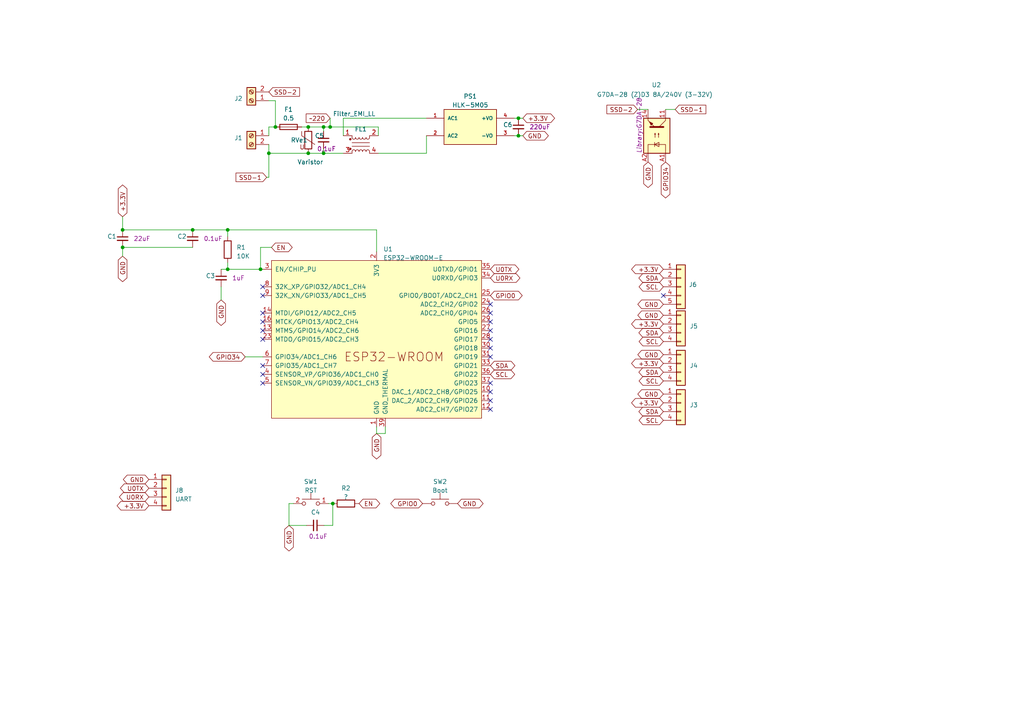
<source format=kicad_sch>
(kicad_sch (version 20230121) (generator eeschema)
  (paper "A4")
  (title_block (title "IOTV id-5") (date "2023-04-21") (rev "3") (company "Вербкин М.С."))
  (lib_symbols
    (symbol "Connector:Screw_Terminal_01x02" (pin_names (offset 1.016) hide)
      (property "Reference" "J" (at 0 2.54 0))
      (property "Value" "Screw_Terminal_01x02" (at 0 -5.08 0))
      (symbol "Screw_Terminal_01x02_1_1"
        (rectangle (start -1.27 1.27) (end 1.27 -3.81) (stroke (width 0.254)) (fill (type background)))
        (circle (center 0 -2.54) (radius 0.635) (stroke (width 0.1524)))
        (polyline (pts (xy -0.5334 -2.2098) (xy 0.3302 -3.048)) (stroke (width 0.1524)))
        (polyline (pts (xy -0.5334 0.3302) (xy 0.3302 -0.508)) (stroke (width 0.1524)))
        (polyline (pts (xy -0.3556 -2.032) (xy 0.508 -2.8702)) (stroke (width 0.1524)))
        (polyline (pts (xy -0.3556 0.508) (xy 0.508 -0.3302)) (stroke (width 0.1524)))
        (circle (center 0 0) (radius 0.635) (stroke (width 0.1524)))
        (pin passive line (at -5.08 0 0) (length 3.81) (name "Pin_1") (number "1"))
        (pin passive line (at -5.08 -2.54 0) (length 3.81) (name "Pin_2") (number "2"))
      )
    )
    (symbol "Connector_Generic:Conn_01x04" (pin_names (offset 1.016) hide)
      (property "Reference" "J" (at 0 5.08 0))
      (property "Value" "Conn_01x04" (at 0 -7.62 0))
      (symbol "Conn_01x04_1_1"
        (rectangle (start -1.27 -4.953) (end 0 -5.207) (stroke (width 0.1524)))
        (rectangle (start -1.27 -2.413) (end 0 -2.667) (stroke (width 0.1524)))
        (rectangle (start -1.27 0.127) (end 0 -0.127) (stroke (width 0.1524)))
        (rectangle (start -1.27 2.667) (end 0 2.413) (stroke (width 0.1524)))
        (rectangle (start -1.27 3.81) (end 1.27 -6.35) (stroke (width 0.254)) (fill (type background)))
        (pin passive line (at -5.08 2.54 0) (length 3.81) (name "Pin_1") (number "1"))
        (pin passive line (at -5.08 0 0) (length 3.81) (name "Pin_2") (number "2"))
        (pin passive line (at -5.08 -2.54 0) (length 3.81) (name "Pin_3") (number "3"))
        (pin passive line (at -5.08 -5.08 0) (length 3.81) (name "Pin_4") (number "4"))
      )
    )
    (symbol "Connector_Generic:Conn_01x05" (pin_names (offset 1.016) hide)
      (property "Reference" "J" (at 0 7.62 0))
      (property "Value" "Conn_01x05" (at 0 -7.62 0))
      (symbol "Conn_01x05_1_1"
        (rectangle (start -1.27 -4.953) (end 0 -5.207) (stroke (width 0.1524)))
        (rectangle (start -1.27 -2.413) (end 0 -2.667) (stroke (width 0.1524)))
        (rectangle (start -1.27 0.127) (end 0 -0.127) (stroke (width 0.1524)))
        (rectangle (start -1.27 2.667) (end 0 2.413) (stroke (width 0.1524)))
        (rectangle (start -1.27 5.207) (end 0 4.953) (stroke (width 0.1524)))
        (rectangle (start -1.27 6.35) (end 1.27 -6.35) (stroke (width 0.254)) (fill (type background)))
        (pin passive line (at -5.08 5.08 0) (length 3.81) (name "Pin_1") (number "1"))
        (pin passive line (at -5.08 2.54 0) (length 3.81) (name "Pin_2") (number "2"))
        (pin passive line (at -5.08 0 0) (length 3.81) (name "Pin_3") (number "3"))
        (pin passive line (at -5.08 -2.54 0) (length 3.81) (name "Pin_4") (number "4"))
        (pin passive line (at -5.08 -5.08 0) (length 3.81) (name "Pin_5") (number "5"))
      )
    )
    (symbol "Converter_ACDC:HLK-5M05" (pin_names (offset 1.016))
      (property "Reference" "PS1" (at 0 8.89 0))
      (property "Value" "HLK-5M05" (at 0 6.35 0))
      (symbol "HLK-5M05_0_0"
        (rectangle (start -7.62 -5.08) (end 7.62 5.08) (stroke (width 0.2)) (fill (type background)))
        (pin input line (at -12.7 2.54 0) (length 5.08) (name "AC1") (number "1"))
        (pin input line (at -12.7 -2.54 0) (length 5.08) (name "AC2") (number "2"))
        (pin power_out line (at 12.7 -2.54 180) (length 5.08) (name "-VO") (number "3"))
        (pin power_out line (at 12.7 2.54 180) (length 5.08) (name "+VO") (number "4"))
      )
    )
    (symbol "Device:Filter_EMI_LL" (pin_names (offset 0.254) hide)
      (property "Reference" "FL" (at 0 4.445 0))
      (property "Value" "Filter_EMI_LL" (at 0 -4.445 0))
      (symbol "Filter_EMI_LL_0_1"
        (circle (center -3.048 -1.27) (radius 0.254) (fill (type outline)))
        (circle (center -3.048 1.524) (radius 0.254) (fill (type outline)))
        (arc (start -2.54 2.032) (mid -2.032 1.5262) (end -1.524 2.032))
        (arc (start -1.524 -2.032) (mid -2.032 -1.5262) (end -2.54 -2.032))
        (arc (start -1.524 2.032) (mid -1.016 1.5262) (end -0.508 2.032))
        (arc (start -0.508 -2.032) (mid -1.016 -1.5262) (end -1.524 -2.032))
        (arc (start -0.508 2.032) (mid 0 1.5262) (end 0.508 2.032))
        (polyline (pts (xy -2.54 -2.032) (xy -2.54 -2.54)))
        (polyline (pts (xy -2.54 0.508) (xy 2.54 0.508)))
        (polyline (pts (xy -2.54 2.032) (xy -2.54 2.54)))
        (polyline (pts (xy 2.54 -2.032) (xy 2.54 -2.54)))
        (polyline (pts (xy 2.54 -0.508) (xy -2.54 -0.508)))
        (polyline (pts (xy 2.54 2.54) (xy 2.54 2.032)))
        (arc (start 0.508 -2.032) (mid 0 -1.5262) (end -0.508 -2.032))
        (arc (start 0.508 2.032) (mid 1.016 1.5262) (end 1.524 2.032))
        (arc (start 1.524 -2.032) (mid 1.016 -1.5262) (end 0.508 -2.032))
        (arc (start 1.524 2.032) (mid 2.032 1.5262) (end 2.54 2.032))
        (arc (start 2.54 -2.032) (mid 2.032 -1.5262) (end 1.524 -2.032))
      )
      (symbol "Filter_EMI_LL_1_1"
        (pin passive line (at -5.08 2.54 0) (length 2.54) (name "1") (number "1"))
        (pin passive line (at 5.08 2.54 180) (length 2.54) (name "2") (number "2"))
        (pin passive line (at -5.08 -2.54 0) (length 2.54) (name "3") (number "3"))
        (pin passive line (at 5.08 -2.54 180) (length 2.54) (name "4") (number "4"))
      )
    )
    (symbol "Device:Fuse" (pin_numbers hide) (pin_names (offset 0))
      (property "Reference" "F" (at 2.032 0 90))
      (property "Value" "Fuse" (at -1.905 0 90))
      (symbol "Fuse_0_1"
        (rectangle (start -0.762 -2.54) (end 0.762 2.54) (stroke (width 0.254)))
        (polyline (pts (xy 0 2.54) (xy 0 -2.54)))
      )
      (symbol "Fuse_1_1"
        (pin passive line (at 0 3.81 270) (length 1.27) (name "~") (number "1"))
        (pin passive line (at 0 -3.81 90) (length 1.27) (name "~") (number "2"))
      )
    )
    (symbol "Device:R" (pin_numbers hide) (pin_names (offset 0))
      (property "Reference" "R" (at 2.032 0 90))
      (property "Value" "R" (at 0 0 90))
      (symbol "R_0_1"
        (rectangle (start -1.016 -2.54) (end 1.016 2.54) (stroke (width 0.254)))
      )
      (symbol "R_1_1"
        (pin passive line (at 0 3.81 270) (length 1.27) (name "~") (number "1"))
        (pin passive line (at 0 -3.81 90) (length 1.27) (name "~") (number "2"))
      )
    )
    (symbol "Device:Varistor" (pin_numbers hide) (pin_names (offset 0))
      (property "Reference" "RV" (at 3.175 0 90))
      (property "Value" "Varistor" (at -3.175 0 90))
      (symbol "Varistor_0_0"
        (text "U" (at -1.778 -2.032 0) (effects (font (size 1.27 1.27))))
      )
      (symbol "Varistor_0_1"
        (rectangle (start -1.016 -2.54) (end 1.016 2.54) (stroke (width 0.254)))
        (polyline (pts (xy -1.905 2.54) (xy -1.905 1.27) (xy 1.905 -1.27)))
      )
      (symbol "Varistor_1_1"
        (pin passive line (at 0 3.81 270) (length 1.27) (name "~") (number "1"))
        (pin passive line (at 0 -3.81 90) (length 1.27) (name "~") (number "2"))
      )
    )
    (symbol "Espressif:ESP32-WROOM-E" (pin_names (offset 1.016))
      (property "Reference" "U" (at -30.48 27.94 0))
      (property "Value" "ESP32-WROOM-E" (at -30.48 25.4 0))
      (symbol "ESP32-WROOM-E_0_1"
        (rectangle (start -30.48 22.86) (end 30.48 -22.86) (fill (type background)))
      )
      (symbol "ESP32-WROOM-E_1_1"
        (text "ESP32-­WROOM­" (at 5.08 -5.08 0) (effects (font (size 2.54 2.54))))
        (pin power_in line (at 0 -25.4 90) (length 2.54) (name "GND") (number "1"))
        (pin bidirectional line (at 33.02 -15.24 180) (length 2.54) (name "DAC_1/ADC2_CH8/GPIO25") (number "10"))
        (pin bidirectional line (at 33.02 -17.78 180) (length 2.54) (name "DAC_2/ADC2_CH9/GPIO26") (number "11"))
        (pin bidirectional line (at 33.02 -20.32 180) (length 2.54) (name "ADC2_CH7/GPIO27") (number "12"))
        (pin bidirectional line (at -33.02 2.54 0) (length 2.54) (name "MTMS/GPIO14/ADC2_CH6") (number "13"))
        (pin bidirectional line (at -33.02 7.62 0) (length 2.54) (name "MTDI/GPIO12/ADC2_CH5") (number "14"))
        (pin passive line (at 0 -25.4 90) (length 2.54) hide (name "GND") (number "15"))
        (pin bidirectional line (at -33.02 5.08 0) (length 2.54) (name "MTCK/GPIO13/ADC2_CH4") (number "16"))
        (pin power_in line (at 0 25.4 270) (length 2.54) (name "3V3") (number "2"))
        (pin bidirectional line (at -33.02 0 0) (length 2.54) (name "MTDO/GPIO15/ADC2_CH3") (number "23"))
        (pin bidirectional line (at 33.02 10.16 180) (length 2.54) (name "ADC2_CH2/GPIO2") (number "24"))
        (pin bidirectional line (at 33.02 12.7 180) (length 2.54) (name "GPIO0/BOOT/ADC2_CH1") (number "25"))
        (pin bidirectional line (at 33.02 7.62 180) (length 2.54) (name "ADC2_CH0/GPIO4") (number "26"))
        (pin bidirectional line (at 33.02 2.54 180) (length 2.54) (name "GPIO16") (number "27"))
        (pin bidirectional line (at 33.02 0 180) (length 2.54) (name "GPIO17") (number "28"))
        (pin bidirectional line (at 33.02 5.08 180) (length 2.54) (name "GPIO5") (number "29"))
        (pin input line (at -33.02 20.32 0) (length 2.54) (name "EN/CHIP_PU") (number "3"))
        (pin bidirectional line (at 33.02 -2.54 180) (length 2.54) (name "GPIO18") (number "30"))
        (pin bidirectional line (at 33.02 -5.08 180) (length 2.54) (name "GPIO19") (number "31"))
        (pin bidirectional line (at 33.02 -7.62 180) (length 2.54) (name "GPIO21") (number "33"))
        (pin bidirectional line (at 33.02 17.78 180) (length 2.54) (name "U0RXD/GPIO3") (number "34"))
        (pin bidirectional line (at 33.02 20.32 180) (length 2.54) (name "U0TXD/GPIO1") (number "35"))
        (pin bidirectional line (at 33.02 -10.16 180) (length 2.54) (name "GPIO22") (number "36"))
        (pin bidirectional line (at 33.02 -12.7 180) (length 2.54) (name "GPIO23") (number "37"))
        (pin passive line (at 0 -25.4 90) (length 2.54) hide (name "GND") (number "38"))
        (pin power_in line (at 2.54 -25.4 90) (length 2.54) (name "GND_THERMAL") (number "39"))
        (pin input line (at -33.02 -10.16 0) (length 2.54) (name "SENSOR_VP/GPIO36/ADC1_CH0") (number "4"))
        (pin input line (at -33.02 -12.7 0) (length 2.54) (name "SENSOR_VN/GPIO39/ADC1_CH3") (number "5"))
        (pin input line (at -33.02 -5.08 0) (length 2.54) (name "GPIO34/ADC1_CH6") (number "6"))
        (pin input line (at -33.02 -7.62 0) (length 2.54) (name "GPIO35/ADC1_CH7") (number "7"))
        (pin bidirectional line (at -33.02 15.24 0) (length 2.54) (name "32K_XP/GPIO32/ADC1_CH4") (number "8"))
        (pin bidirectional line (at -33.02 12.7 0) (length 2.54) (name "32K_XN/GPIO33/ADC1_CH5") (number "9"))
      )
    )
    (symbol "PCM_4ms_Capacitor:C_Generic" (pin_numbers hide) (pin_names (offset 0.254) hide)
      (property "Reference" "C" (at 1.905 1.016 0))
      (property "Display" "?F" (at 1.905 -1.27 0))
      (symbol "C_Generic_0_1"
        (polyline (pts (xy -1.524 -0.508) (xy 1.524 -0.508)) (stroke (width 0.3302)))
        (polyline (pts (xy -1.524 0.508) (xy 1.524 0.508)) (stroke (width 0.3048)))
      )
      (symbol "C_Generic_1_1"
        (pin passive line (at 0 2.54 270) (length 2.032) (name "~") (number "1"))
        (pin passive line (at 0 -2.54 90) (length 2.032) (name "~") (number "2"))
      )
    )
    (symbol "Relay_SolidState:34.81-7048"
      (property "Reference" "U" (at -5.08 5.08 0))
      (property "Value" "34.81-7048" (at 0 5.08 0))
      (symbol "34.81-7048_0_1"
        (rectangle (start -5.08 3.81) (end 5.08 -3.81) (stroke (width 0.254)) (fill (type background)))
        (polyline (pts (xy -3.175 -0.635) (xy -1.905 -0.635)))
        (polyline (pts (xy 2.54 1.905) (xy 2.54 -1.905) (xy 2.54 -1.905)) (stroke (width 0.508)))
        (polyline (pts (xy -5.08 2.54) (xy -2.54 2.54) (xy -2.54 -2.54) (xy -5.08 -2.54)))
        (polyline (pts (xy -2.54 -0.635) (xy -3.175 0.635) (xy -1.905 0.635) (xy -2.54 -0.635)))
        (polyline (pts (xy -0.508 -0.508) (xy 0.762 -0.508) (xy 0.381 -0.635) (xy 0.381 -0.381) (xy 0.762 -0.508)))
        (polyline (pts (xy -0.508 0.508) (xy 0.762 0.508) (xy 0.381 0.381) (xy 0.381 0.635) (xy 0.762 0.508)))
        (polyline (pts (xy 3.048 -1.651) (xy 3.556 -1.143) (xy 4.064 -2.159) (xy 3.048 -1.651) (xy 3.048 -1.651)) (fill (type outline)))
        (polyline (pts (xy 5.08 2.54) (xy 4.445 2.54) (xy 2.54 0.635) (xy 2.54 -0.635) (xy 4.445 -2.54) (xy 5.08 -2.54)))
      )
      (symbol "34.81-7048_1_1"
        (pin passive line (at 7.62 2.54 180) (length 2.54) (name "~") (number "11"))
        (pin passive line (at 7.62 -2.54 180) (length 2.54) (name "~") (number "14"))
        (pin passive line (at -7.62 2.54 0) (length 2.54) (name "~") (number "A1"))
        (pin passive line (at -7.62 -2.54 0) (length 2.54) (name "~") (number "A2"))
      )
    )
    (symbol "SW_Push_1" (pin_names (offset 1.016) hide)
      (property "Reference" "SW" (at 1.27 2.54 0))
      (property "Value" "SW_Push" (at 0 -1.524 0))
      (symbol "SW_Push_1_0_1"
        (circle (center -2.032 0) (radius 0.508))
        (polyline (pts (xy 0 1.27) (xy 0 3.048)))
        (polyline (pts (xy 2.54 1.27) (xy -2.54 1.27)))
        (circle (center 2.032 0) (radius 0.508))
        (pin passive line (at -5.08 0 0) (length 2.54) (name "1") (number "1"))
        (pin passive line (at 5.08 0 180) (length 2.54) (name "2") (number "2"))
      )
    )
    (symbol "Switch:SW_Push" (pin_numbers hide) (pin_names (offset 1.016) hide)
      (property "Reference" "SW" (at 1.27 2.54 0))
      (property "Value" "SW_Push" (at 0 -1.524 0))
      (symbol "SW_Push_0_1"
        (circle (center -2.032 0) (radius 0.508))
        (polyline (pts (xy 0 1.27) (xy 0 3.048)))
        (polyline (pts (xy 2.54 1.27) (xy -2.54 1.27)))
        (circle (center 2.032 0) (radius 0.508))
        (pin passive line (at -5.08 0 0) (length 2.54) (name "1") (number "1"))
        (pin passive line (at 5.08 0 180) (length 2.54) (name "2") (number "2"))
      )
    )
  )
  (junction (at 89.408 36.83))
  (junction (at 77.978 44.45))
  (junction (at 66.04 78.105))
  (junction (at 89.408 44.45))
  (junction (at 35.56 71.755))
  (junction (at 55.88 66.675))
  (junction (at 66.04 66.675))
  (junction (at 95.758 36.83))
  (junction (at 93.853 36.83))
  (junction (at 150.368 34.29))
  (junction (at 96.52 146.05))
  (junction (at 35.56 66.675))
  (junction (at 93.853 44.45))
  (junction (at 75.565 78.105))
  (junction (at 79.883 36.83))
  (junction (at 150.368 39.37))
  (no_connect (at 76.2 93.345))
  (no_connect (at 76.2 95.885))
  (no_connect (at 142.24 88.265))
  (no_connect (at 76.2 106.045))
  (no_connect (at 76.2 108.585))
  (no_connect (at 142.24 116.205))
  (no_connect (at 142.24 111.125))
  (no_connect (at 142.24 103.505))
  (no_connect (at 142.24 113.665))
  (no_connect (at 142.24 95.885))
  (no_connect (at 142.24 93.345))
  (no_connect (at 76.2 90.805))
  (no_connect (at 142.24 98.425))
  (no_connect (at 142.24 118.745))
  (no_connect (at 76.2 98.425))
  (no_connect (at 142.24 90.805))
  (no_connect (at 76.2 83.185))
  (no_connect (at 76.2 85.725))
  (no_connect (at 192.405 85.725))
  (no_connect (at 76.2 111.125))
  (no_connect (at 142.24 100.965))
  (wire (pts (xy 109.22 123.825) (xy 109.22 125.73)))
  (wire (pts (xy 109.22 66.675) (xy 109.22 73.025)))
  (wire (pts (xy 35.56 66.675) (xy 55.88 66.675)))
  (wire (pts (xy 77.978 44.45) (xy 77.978 51.435)))
  (wire (pts (xy 93.98 152.4) (xy 96.52 152.4)))
  (wire (pts (xy 111.76 123.825) (xy 111.76 125.73)))
  (wire (pts (xy 66.04 78.105) (xy 75.565 78.105)))
  (wire (pts (xy 77.978 41.91) (xy 77.978 44.45)))
  (wire (pts (xy 150.368 39.37) (xy 151.638 39.37)))
  (wire (pts (xy 109.728 36.83) (xy 109.728 39.37)))
  (wire (pts (xy 79.883 29.21) (xy 77.978 29.21)))
  (wire (pts (xy 66.04 76.2) (xy 66.04 78.105)))
  (wire (pts (xy 149.098 39.37) (xy 150.368 39.37)))
  (wire (pts (xy 66.04 66.675) (xy 66.04 68.58)))
  (wire (pts (xy 79.883 29.21) (xy 79.883 36.83)))
  (wire (pts (xy 99.568 34.29) (xy 99.568 39.37)))
  (wire (pts (xy 35.56 71.755) (xy 35.56 74.295)))
  (wire (pts (xy 78.74 71.755) (xy 75.565 71.755)))
  (wire (pts (xy 71.12 103.505) (xy 76.2 103.505)))
  (wire (pts (xy 83.82 152.4) (xy 88.9 152.4)))
  (wire (pts (xy 96.52 146.05) (xy 96.52 152.4)))
  (wire (pts (xy 95.758 34.29) (xy 95.758 36.83)))
  (wire (pts (xy 150.368 34.29) (xy 151.638 34.29)))
  (wire (pts (xy 184.912 31.75) (xy 187.96 31.75)))
  (wire (pts (xy 75.565 78.105) (xy 76.2 78.105)))
  (wire (pts (xy 89.408 36.83) (xy 93.853 36.83)))
  (wire (pts (xy 93.853 36.83) (xy 93.853 38.1)))
  (wire (pts (xy 87.503 36.83) (xy 89.408 36.83)))
  (wire (pts (xy 64.135 78.105) (xy 66.04 78.105)))
  (wire (pts (xy 93.853 43.18) (xy 93.853 44.45)))
  (wire (pts (xy 93.853 36.83) (xy 95.758 36.83)))
  (wire (pts (xy 95.758 36.83) (xy 109.728 36.83)))
  (wire (pts (xy 77.343 51.435) (xy 77.978 51.435)))
  (wire (pts (xy 99.568 34.29) (xy 123.698 34.29)))
  (wire (pts (xy 109.728 44.45) (xy 123.698 44.45)))
  (wire (pts (xy 89.408 44.45) (xy 93.853 44.45)))
  (wire (pts (xy 123.698 44.45) (xy 123.698 39.37)))
  (wire (pts (xy 64.135 83.185) (xy 64.135 86.995)))
  (wire (pts (xy 111.76 125.73) (xy 109.22 125.73)))
  (wire (pts (xy 77.978 36.83) (xy 79.883 36.83)))
  (wire (pts (xy 75.565 71.755) (xy 75.565 78.105)))
  (wire (pts (xy 149.098 34.29) (xy 150.368 34.29)))
  (wire (pts (xy 77.978 36.83) (xy 77.978 39.37)))
  (wire (pts (xy 93.853 44.45) (xy 99.568 44.45)))
  (wire (pts (xy 85.09 146.05) (xy 83.82 146.05)))
  (wire (pts (xy 35.56 62.865) (xy 35.56 66.675)))
  (wire (pts (xy 193.04 31.75) (xy 195.834 31.75)))
  (wire (pts (xy 77.978 44.45) (xy 89.408 44.45)))
  (wire (pts (xy 35.56 71.755) (xy 55.88 71.755)))
  (wire (pts (xy 55.88 66.675) (xy 66.04 66.675)))
  (wire (pts (xy 95.25 146.05) (xy 96.52 146.05)))
  (wire (pts (xy 66.04 66.675) (xy 109.22 66.675)))
  (wire (pts (xy 83.82 146.05) (xy 83.82 152.4)))
  (global_label "+3.3V" (shape bidirectional) (at 192.405 93.98 180) (property "Intersheetrefs" "${INTERSHEET_REFS}" (at 182.7031 93.98 0) (effects (justify right))))
  (global_label "GND" (shape bidirectional) (at 109.22 125.73 270) (property "Intersheetrefs" "${INTERSHEET_REFS}" (at 109.22 133.6176 90) (effects (justify right))))
  (global_label "SCL" (shape bidirectional) (at 192.405 121.92 180) (property "Intersheetrefs" "${INTERSHEET_REFS}" (at 184.8803 121.92 0) (effects (justify right))))
  (global_label "U0TX" (shape bidirectional) (at 142.24 78.105 0) (property "Intersheetrefs" "${INTERSHEET_REFS}" (at 150.9742 78.105 0) (effects (justify left))))
  (global_label "+3.3V" (shape bidirectional) (at 192.405 116.84 180) (property "Intersheetrefs" "${INTERSHEET_REFS}" (at 182.7031 116.84 0) (effects (justify right))))
  (global_label "SCL" (shape bidirectional) (at 142.24 108.585 0) (property "Intersheetrefs" "${INTERSHEET_REFS}" (at 149.7647 108.585 0) (effects (justify left))))
  (global_label "GND" (shape bidirectional) (at 192.405 102.87 180) (property "Intersheetrefs" "${INTERSHEET_REFS}" (at 184.5174 102.87 0) (effects (justify right))))
  (global_label "+3.3V" (shape bidirectional) (at 151.638 34.29 0) (property "Intersheetrefs" "${INTERSHEET_REFS}" (at 161.3399 34.29 0) (effects (justify left))))
  (global_label "GND" (shape bidirectional) (at 192.405 91.44 180) (property "Intersheetrefs" "${INTERSHEET_REFS}" (at 184.5174 91.44 0) (effects (justify right))))
  (global_label "U0TX" (shape bidirectional) (at 43.18 141.605 180) (property "Intersheetrefs" "${INTERSHEET_REFS}" (at 34.4458 141.605 0) (effects (justify right))))
  (global_label "GND" (shape bidirectional) (at 192.405 114.3 180) (property "Intersheetrefs" "${INTERSHEET_REFS}" (at 184.5174 114.3 0) (effects (justify right))))
  (global_label "SCL" (shape bidirectional) (at 192.405 83.185 180) (property "Intersheetrefs" "${INTERSHEET_REFS}" (at 184.8803 83.185 0) (effects (justify right))))
  (global_label "SDA" (shape bidirectional) (at 192.405 119.38 180) (property "Intersheetrefs" "${INTERSHEET_REFS}" (at 184.8198 119.38 0) (effects (justify right))))
  (global_label "SCL" (shape bidirectional) (at 192.405 99.06 180) (property "Intersheetrefs" "${INTERSHEET_REFS}" (at 184.8803 99.06 0) (effects (justify right))))
  (global_label "U0RX" (shape bidirectional) (at 43.18 144.145 180) (property "Intersheetrefs" "${INTERSHEET_REFS}" (at 34.1434 144.145 0) (effects (justify right))))
  (global_label "+3.3V" (shape bidirectional) (at 35.56 62.865 90) (property "Intersheetrefs" "${INTERSHEET_REFS}" (at 35.56 53.1631 90) (effects (justify left))))
  (global_label "~220" (shape input) (at 95.758 34.29 180) (property "Intersheetrefs" "${INTERSHEET_REFS}" (at 88.3166 34.29 0) (effects (justify right))))
  (global_label "GPIO34" (shape bidirectional) (at 71.12 103.505 180) (property "Intersheetrefs" "${INTERSHEET_REFS}" (at 60.2086 103.505 0) (effects (justify right))))
  (global_label "SCL" (shape bidirectional) (at 192.405 110.49 180) (property "Intersheetrefs" "${INTERSHEET_REFS}" (at 184.8803 110.49 0) (effects (justify right))))
  (global_label "SDA" (shape bidirectional) (at 192.405 107.95 180) (property "Intersheetrefs" "${INTERSHEET_REFS}" (at 184.8198 107.95 0) (effects (justify right))))
  (global_label "GPIO34" (shape bidirectional) (at 193.04 46.99 270) (property "Intersheetrefs" "${INTERSHEET_REFS}" (at 193.04 57.9014 90) (effects (justify right))))
  (global_label "SDA" (shape bidirectional) (at 142.24 106.045 0) (property "Intersheetrefs" "${INTERSHEET_REFS}" (at 149.8252 106.045 0) (effects (justify left))))
  (global_label "SDA" (shape bidirectional) (at 192.405 80.645 180) (property "Intersheetrefs" "${INTERSHEET_REFS}" (at 184.8198 80.645 0) (effects (justify right))))
  (global_label "SSD-2" (shape input) (at 77.978 26.67 0) (property "Intersheetrefs" "${INTERSHEET_REFS}" (at 87.3547 26.67 0) (effects (justify left))))
  (global_label "GPIO0" (shape bidirectional) (at 122.555 146.05 180) (property "Intersheetrefs" "${INTERSHEET_REFS}" (at 112.8531 146.05 0) (effects (justify right))))
  (global_label "SSD-2" (shape input) (at 184.912 31.75 180) (property "Intersheetrefs" "${INTERSHEET_REFS}" (at 175.5353 31.75 0) (effects (justify right))))
  (global_label "GND" (shape bidirectional) (at 83.82 152.4 270) (property "Intersheetrefs" "${INTERSHEET_REFS}" (at 83.82 160.2876 90) (effects (justify right))))
  (global_label "GND" (shape bidirectional) (at 132.715 146.05 0) (property "Intersheetrefs" "${INTERSHEET_REFS}" (at 140.6026 146.05 0) (effects (justify left))))
  (global_label "SSD-1" (shape input) (at 195.834 31.75 0) (property "Intersheetrefs" "${INTERSHEET_REFS}" (at 205.2107 31.75 0) (effects (justify left))))
  (global_label "EN" (shape bidirectional) (at 104.14 146.05 0) (property "Intersheetrefs" "${INTERSHEET_REFS}" (at 110.6366 146.05 0) (effects (justify left))))
  (global_label "U0RX" (shape bidirectional) (at 142.24 80.645 0) (property "Intersheetrefs" "${INTERSHEET_REFS}" (at 151.2766 80.645 0) (effects (justify left))))
  (global_label "GND" (shape bidirectional) (at 187.96 46.99 270) (property "Intersheetrefs" "${INTERSHEET_REFS}" (at 187.96 54.8776 90) (effects (justify right))))
  (global_label "GND" (shape bidirectional) (at 43.18 139.065 180) (property "Intersheetrefs" "${INTERSHEET_REFS}" (at 35.2924 139.065 0) (effects (justify right))))
  (global_label "SSD-1" (shape input) (at 77.343 51.435 180) (property "Intersheetrefs" "${INTERSHEET_REFS}" (at 67.9663 51.435 0) (effects (justify right))))
  (global_label "GND" (shape bidirectional) (at 192.405 88.265 180) (property "Intersheetrefs" "${INTERSHEET_REFS}" (at 184.5174 88.265 0) (effects (justify right))))
  (global_label "EN" (shape bidirectional) (at 78.74 71.755 0) (property "Intersheetrefs" "${INTERSHEET_REFS}" (at 85.2366 71.755 0) (effects (justify left))))
  (global_label "GND" (shape bidirectional) (at 64.135 86.995 270) (property "Intersheetrefs" "${INTERSHEET_REFS}" (at 64.135 94.8826 90) (effects (justify right))))
  (global_label "+3.3V" (shape bidirectional) (at 192.405 78.105 180) (property "Intersheetrefs" "${INTERSHEET_REFS}" (at 182.7031 78.105 0) (effects (justify right))))
  (global_label "GND" (shape bidirectional) (at 35.56 74.295 270) (property "Intersheetrefs" "${INTERSHEET_REFS}" (at 35.56 82.1826 90) (effects (justify right))))
  (global_label "+3.3V" (shape bidirectional) (at 43.18 146.685 180) (property "Intersheetrefs" "${INTERSHEET_REFS}" (at 33.4781 146.685 0) (effects (justify right))))
  (global_label "GPIO0" (shape bidirectional) (at 142.24 85.725 0) (property "Intersheetrefs" "${INTERSHEET_REFS}" (at 151.9419 85.725 0) (effects (justify left))))
  (global_label "GND" (shape bidirectional) (at 151.638 39.37 0) (property "Intersheetrefs" "${INTERSHEET_REFS}" (at 159.5256 39.37 0) (effects (justify left))))
  (global_label "SDA" (shape bidirectional) (at 192.405 96.52 180) (property "Intersheetrefs" "${INTERSHEET_REFS}" (at 184.8198 96.52 0) (effects (justify right))))
  (global_label "+3.3V" (shape bidirectional) (at 192.405 105.41 180) (property "Intersheetrefs" "${INTERSHEET_REFS}" (at 182.7031 105.41 0) (effects (justify right))))
  (symbol (lib_id "Connector_Generic:Conn_01x04") (at 197.485 93.98 0) (unit 1)
    (property "Reference" "J5" (at 200.025 94.615 0) (effects (justify left)))
    (property "Value" "Conn_01x04" (effects hide))
    (property "Footprint" "Connector_PinHeader_2.54mm:PinHeader_1x04_P2.54mm_Vertical" (effects hide))
  )
  (symbol (lib_id "PCM_4ms_Capacitor:C_Generic") (at 35.56 69.215 0) (unit 1)
    (property "Reference" "C1" (at 31.115 68.58 0) (effects (justify left)))
    (property "Value" "C_Generic" (effects hide))
    (property "Footprint" "Capacitor_SMD:C_1206_3216Metric" (effects hide))
    (property "Display" "22uF" (at 38.735 69.215 0) (effects (justify left)))
  )
  (symbol (lib_id "Connector_Generic:Conn_01x04") (at 197.485 116.84 0) (unit 1)
    (property "Reference" "J3" (at 200.025 117.475 0) (effects (justify left)))
    (property "Value" "Conn_01x04" (effects hide))
    (property "Footprint" "Connector_PinHeader_2.54mm:PinHeader_1x04_P2.54mm_Vertical" (effects hide))
  )
  (symbol (lib_id "PCM_4ms_Capacitor:C_Generic") (at 150.368 36.83 0) (unit 1)
    (property "Reference" "C6" (at 145.923 36.195 0) (effects (justify left)))
    (property "Value" "C_Generic" (effects hide))
    (property "Footprint" "Capacitor_THT:CP_Radial_D8.0mm_P5.00mm" (effects hide))
    (property "Display" "220uF" (at 153.543 36.83 0) (effects (justify left)))
  )
  (symbol (lib_id "Connector_Generic:Conn_01x05") (at 197.485 83.185 0) (unit 1)
    (property "Reference" "J6" (at 199.771 82.55 0) (effects (justify left)))
    (property "Value" "Conn_01x05" (effects hide))
    (property "Footprint" "Connector_PinHeader_2.54mm:PinHeader_1x05_P2.54mm_Vertical" (effects hide))
  )
  (symbol (lib_id "Connector_Generic:Conn_01x04") (at 197.485 105.41 0) (unit 1)
    (property "Reference" "J4" (at 200.025 106.045 0) (effects (justify left)))
    (property "Value" "Conn_01x04" (effects hide))
    (property "Footprint" "Connector_PinHeader_2.54mm:PinHeader_1x04_P2.54mm_Vertical" (effects hide))
  )
  (symbol (lib_id "Connector:Screw_Terminal_01x02") (at 72.898 29.21 180) (unit 1)
    (property "Reference" "J2" (at 70.358 28.575 0) (effects (justify left)))
    (property "Value" "Screw_Terminal_01x02" (effects hide))
    (property "Footprint" "TerminalBlock_Phoenix:TerminalBlock_Phoenix_MKDS-1,5-2_1x02_P5.00mm_Horizontal" (effects hide))
  )
  (symbol (lib_id "PCM_4ms_Capacitor:C_Generic") (at 93.853 40.64 0) (unit 1)
    (property "Reference" "C5" (at 91.313 39.37 0) (effects (justify left)))
    (property "Value" "C_Generic" (effects hide))
    (property "Footprint" "Capacitor_THT:C_Rect_L13.0mm_W5.0mm_P10.00mm_FKS3_FKP3_MKS4" (effects hide))
    (property "Display" "0,1uF" (at 91.948 43.18 0) (effects (justify left)))
  )
  (symbol (lib_id "Device:Varistor") (at 89.408 40.64 0) (unit 1)
    (property "Reference" "RVe1" (at 84.328 40.64 0) (effects (justify left)))
    (property "Value" "Varistor" (at 86.233 46.99 0) (effects (justify left)))
    (property "Footprint" "Varistor:RV_Disc_D21.5mm_W4.8mm_P10mm" (effects hide))
  )
  (symbol (lib_id "Switch:SW_Push") (at 127.635 146.05 0) (unit 1)
    (property "Reference" "SW2" (at 127.635 139.7 0))
    (property "Value" "Boot" (at 127.635 142.24 0))
    (property "Footprint" "Button_Switch_SMD:SW_SPST_TL3342" (effects hide))
  )
  (symbol (lib_id "Connector_Generic:Conn_01x04") (at 48.26 141.605 0) (unit 1)
    (property "Reference" "J8" (at 50.8 142.24 0) (effects (justify left)))
    (property "Value" "UART" (at 50.8 144.78 0) (effects (justify left)))
    (property "Footprint" "Connector_PinHeader_2.54mm:PinHeader_1x04_P2.54mm_Vertical" (effects hide))
  )
  (symbol (lib_id "Connector:Screw_Terminal_01x02") (at 72.898 39.37 0) (mirror y) (unit 1)
    (property "Reference" "J1" (at 70.358 40.005 0) (effects (justify left)))
    (property "Value" "Screw_Terminal_01x02" (effects hide))
    (property "Footprint" "TerminalBlock_Phoenix:TerminalBlock_Phoenix_MKDS-1,5-2_1x02_P5.00mm_Horizontal" (effects hide))
  )
  (symbol (lib_id "Device:R") (at 100.33 146.05 90) (unit 1)
    (property "Reference" "R2" (at 100.33 141.605 90))
    (property "Value" "?" (at 100.33 144.145 90))
    (property "Footprint" "Resistor_SMD:R_1206_3216Metric" (effects hide))
  )
  (symbol (lib_id "Device:Fuse") (at 83.693 36.83 90) (unit 1)
    (property "Reference" "F1" (at 83.693 31.75 90))
    (property "Value" "0.5" (at 83.693 34.29 90))
    (property "Footprint" "Fuse:Fuseholder_Cylinder-5x20mm_Schurter_0031_8201_Horizontal_Open_v2" (effects hide))
  )
  (symbol (lib_id "PCM_4ms_Capacitor:C_Generic") (at 91.44 152.4 270) (unit 1)
    (property "Reference" "C4" (at 90.17 148.59 90) (effects (justify left)))
    (property "Value" "C_Generic" (effects hide))
    (property "Footprint" "Capacitor_SMD:C_1206_3216Metric" (effects hide))
    (property "Display" "0.1uF" (at 89.535 155.575 90) (effects (justify left)))
  )
  (symbol (lib_id "Device:Filter_EMI_LL") (at 104.648 41.91 0) (unit 1)
    (property "Reference" "FL1" (at 104.648 37.465 0))
    (property "Value" "Filter_EMI_LL" (at 102.743 33.02 0))
    (property "Footprint" "PCM_Inductor_THT_AKL:L_CommonMode_Toroid_Vertical_10x13mm" (effects hide))
  )
  (symbol (lib_id "Device:R") (at 66.04 72.39 0) (unit 1)
    (property "Reference" "R1" (at 68.58 71.755 0) (effects (justify left)))
    (property "Value" "10K" (at 68.58 74.295 0) (effects (justify left)))
    (property "Footprint" "Resistor_SMD:R_1206_3216Metric" (effects hide))
  )
  (symbol (lib_id "Relay_SolidState:34.81-7048") (at 190.5 39.37 270) (mirror x) (unit 1)
    (property "Reference" "U2" (at 191.77 24.638 90) (effects (justify right)))
    (property "Value" "G7DA-28 (Z)D3 8A/240V (3-32V)" (at 206.756 27.432 90) (effects (justify right)))
    (property "Footprint" "Library:G7DA-28" (at 185.42 44.45 0) (effects (font italic) (justify left)))
    (property "Datasheet" "http://www.us.liteon.com/downloads/LTV-817-827-847.PDF" (effects hide))
  )
  (symbol (lib_id "Converter_ACDC:HLK-5M05") (at 136.398 36.83 0) (unit 1)
    (property "Reference" "PS1" (at 136.398 27.94 0))
    (property "Value" "HLK-5M05" (at 136.398 30.48 0))
    (property "Footprint" "HLK-5M05:CONV_HLK-5M05" (effects hide))
    (property "STANDARD" "Manufacturer Recommendations" (effects hide))
    (property "MANUFACTURER" "HI-LINK" (effects hide))
    (property "PARTREV" "N/A" (effects hide))
  )
  (symbol (lib_id "PCM_4ms_Capacitor:C_Generic") (at 64.135 80.645 0) (unit 1)
    (property "Reference" "C3" (at 59.69 80.01 0) (effects (justify left)))
    (property "Value" "C_Generic" (effects hide))
    (property "Footprint" "Capacitor_SMD:C_1206_3216Metric" (effects hide))
    (property "Display" "1uF" (at 67.31 80.645 0) (effects (justify left)))
  )
  (symbol (lib_id "Espressif:ESP32-WROOM-E") (at 109.22 98.425 0) (unit 1)
    (property "Reference" "U1" (at 111.1759 72.263 0) (effects (justify left)))
    (property "Value" "ESP32-WROOM-E" (at 111.1759 74.803 0) (effects (justify left)))
    (property "Footprint" "Espressif:ESP32-WROOM-32E" (effects hide))
    (property "Datasheet" "https://www.espressif.com/sites/default/files/documentation/esp32-wroom-32e_esp32-wroom-32ue_datasheet_en.pdf" (effects hide))
  )
  (symbol (lib_id "PCM_4ms_Capacitor:C_Generic") (at 55.88 69.215 0) (unit 1)
    (property "Reference" "C2" (at 51.435 68.58 0) (effects (justify left)))
    (property "Value" "C_Generic" (effects hide))
    (property "Footprint" "Capacitor_SMD:C_1206_3216Metric" (effects hide))
    (property "Display" "0.1uF" (at 59.055 69.215 0) (effects (justify left)))
  )
  (symbol (lib_name "SW_Push_1") (lib_id "Switch:SW_Push") (at 90.17 146.05 0) (mirror y) (unit 1)
    (property "Reference" "SW1" (at 90.17 139.7 0))
    (property "Value" "RST" (at 90.17 142.24 0))
    (property "Footprint" "Button_Switch_SMD:SW_SPST_TL3342" (effects hide))
  )
)
</source>
